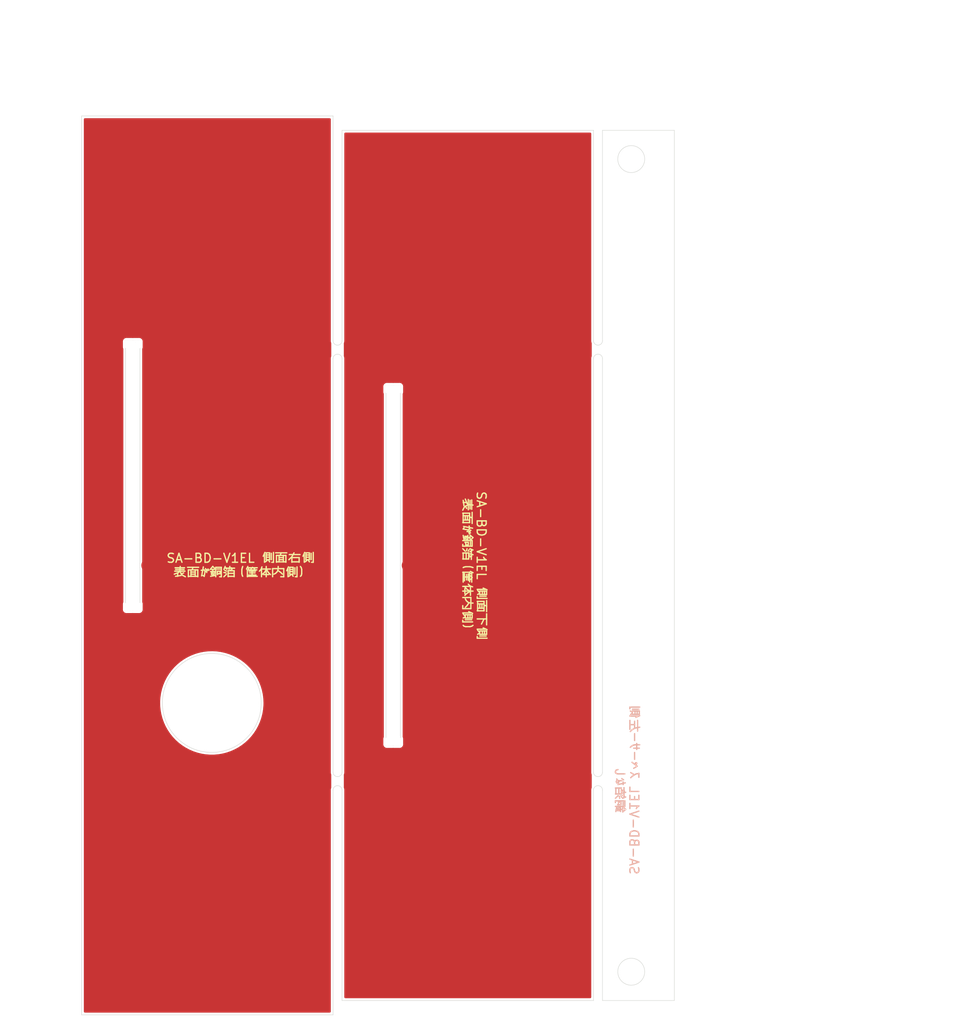
<source format=kicad_pcb>
(kicad_pcb (version 20211014) (generator pcbnew)
  (layers (0 "F.Cu" signal) (31 "B.Cu" signal) (34 "B.Paste" user) (35 "F.Paste" user) (36 "B.SilkS" user "B.Silkscreen") (37 "F.SilkS" user "F.Silkscreen") (38 "B.Mask" user) (39 "F.Mask" user) (44 "Edge.Cuts" user))
  (net 0 "")
  (net 1 "GND")
  (footprint "myFoot:my_pad_6-2mm" (layer "F.Cu") (at -13.6 -50)
    (fp_text reference "*" hide)
    (fp_text value "p" hide)
    (pad "1" smd circle locked (at 0 0) (size 1.5 1.5) (layers "F.Cu" "F.Mask") (net 1 "GND"))
  )
  (footprint "myFoot:kado" (layer "F.Cu") (at -14.5 -30)
    (fp_text reference "r" hide)
    (fp_text value "h" hide)
    (pad "" np_thru_hole oval (at -0.4 -0.1 270) (size 0.3 0.9) (drill oval 0.3 0.9) (layers F&B.Cu *.Mask))
    (pad "" np_thru_hole oval (at -0.1 -0.4) (size 0.3 0.9) (drill oval 0.3 0.9) (layers F&B.Cu *.Mask))
  )
  (footprint "myFoot:kado" (layer "F.Cu") (at -14.5 -70 90)
    (fp_text reference "r" hide)
    (fp_text value "h" hide)
    (pad "" np_thru_hole oval (at -0.1 -0.4 90) (size 0.3 0.9) (drill oval 0.3 0.9) (layers F&B.Cu *.Mask))
    (pad "" np_thru_hole oval (at -0.4 -0.1) (size 0.3 0.9) (drill oval 0.3 0.9) (layers F&B.Cu *.Mask))
  )
  (footprint "myFoot:kado" (layer "F.Cu") (at -16.1 -30 -90)
    (fp_text reference "r" hide)
    (fp_text value "h" hide)
    (pad "" np_thru_hole oval (at -0.1 -0.4 270) (size 0.3 0.9) (drill oval 0.3 0.9) (layers F&B.Cu *.Mask))
    (pad "" np_thru_hole oval (at -0.4 -0.1 180) (size 0.3 0.9) (drill oval 0.3 0.9) (layers F&B.Cu *.Mask))
  )
  (footprint "myFoot:kado" (layer "F.Cu") (at -16.1 -70 180)
    (fp_text reference "r" hide)
    (fp_text value "h" hide)
    (pad "" np_thru_hole oval (at -0.4 -0.1 90) (size 0.3 0.9) (drill oval 0.3 0.9) (layers F&B.Cu *.Mask))
    (pad "" np_thru_hole oval (at -0.1 -0.4 180) (size 0.3 0.9) (drill oval 0.3 0.9) (layers F&B.Cu *.Mask))
  )
  (footprint "myFoot:my_pad_6-2mm" (layer "F.Cu") (at -42.6 -50)
    (fp_text reference "*" hide)
    (fp_text value "p" hide)
    (pad "1" smd circle locked (at 0 0) (size 1.5 1.5) (layers "F.Cu" "F.Mask") (net 1 "GND"))
  )
  (footprint "myFoot:kado" (layer "F.Cu") (at -43.5 -45)
    (fp_text reference "r" hide)
    (fp_text value "h" hide)
    (pad "" np_thru_hole oval (at -0.1 -0.4) (size 0.3 0.9) (drill oval 0.3 0.9) (layers F&B.Cu *.Mask))
    (pad "" np_thru_hole oval (at -0.4 -0.1 270) (size 0.3 0.9) (drill oval 0.3 0.9) (layers F&B.Cu *.Mask))
  )
  (footprint "myFoot:kado" (layer "F.Cu") (at -45.1 -75 180)
    (fp_text reference "r" hide)
    (fp_text value "h" hide)
    (pad "" np_thru_hole oval (at -0.4 -0.1 90) (size 0.3 0.9) (drill oval 0.3 0.9) (layers F&B.Cu *.Mask))
    (pad "" np_thru_hole oval (at -0.1 -0.4 180) (size 0.3 0.9) (drill oval 0.3 0.9) (layers F&B.Cu *.Mask))
  )
  (footprint "myFoot:kado" (layer "F.Cu") (at -43.5 -75 90)
    (fp_text reference "r" hide)
    (fp_text value "h" hide)
    (pad "" np_thru_hole oval (at -0.1 -0.4 90) (size 0.3 0.9) (drill oval 0.3 0.9) (layers F&B.Cu *.Mask))
    (pad "" np_thru_hole oval (at -0.4 -0.1) (size 0.3 0.9) (drill oval 0.3 0.9) (layers F&B.Cu *.Mask))
  )
  (footprint "myFoot:kado" (layer "F.Cu") (at -45.1 -45 -90)
    (fp_text reference "r" hide)
    (fp_text value "h" hide)
    (pad "" np_thru_hole oval (at -0.4 -0.1 180) (size 0.3 0.9) (drill oval 0.3 0.9) (layers F&B.Cu *.Mask))
    (pad "" np_thru_hole oval (at -0.1 -0.4 270) (size 0.3 0.9) (drill oval 0.3 0.9) (layers F&B.Cu *.Mask))
  )
  (gr_line (start 7 -27) (end 7 -73) (layer "Edge.Cuts") (width 0.05))
  (gr_line (start -50 -100) (end -50 0) (layer "Edge.Cuts") (width 0.05))
  (gr_line (start 16 -98.4) (end 16 -1.6) (layer "Edge.Cuts") (width 0.05))
  (gr_line (start 7 -75) (end 7 -98.4) (layer "Edge.Cuts") (width 0.05))
  (gr_line (start -21 -73) (end -21 -27) (layer "Edge.Cuts") (width 0.05))
  (gr_line (start 8 -75) (end 8 -98.4) (layer "Edge.Cuts") (width 0.05))
  (gr_arc (start -22 -25) (mid -21.5 -25.5) (end -21 -25) (layer "Edge.Cuts") (width 0.05))
  (gr_line (start 7 -98.4) (end -21 -98.4) (layer "Edge.Cuts") (width 0.05))
  (gr_line (start 8 -98.4) (end 16 -98.4) (layer "Edge.Cuts") (width 0.05))
  (gr_rect (start -45.1 -75) (end -43.5 -45) (layer "Edge.Cuts") (width 0.05) (fill none))
  (gr_arc (start 8 -75) (mid 7.5 -74.5) (end 7 -75) (layer "Edge.Cuts") (width 0.05))
  (gr_line (start 16 -1.6) (end 8 -1.6) (layer "Edge.Cuts") (width 0.05))
  (gr_arc (start -21 -75) (mid -21.5 -74.5) (end -22 -75) (layer "Edge.Cuts") (width 0.05))
  (gr_arc (start 7 -25) (mid 7.5 -25.5) (end 8 -25) (layer "Edge.Cuts") (width 0.05))
  (gr_line (start -22 -100) (end -50 -100) (layer "Edge.Cuts") (width 0.05))
  (gr_line (start -22 -75) (end -22 -100) (layer "Edge.Cuts") (width 0.05))
  (gr_circle (center -35.5 -34.7) (end -41 -34.7) (layer "Edge.Cuts") (width 0.05) (fill none))
  (gr_line (start 7 -1.6) (end 7 -25) (layer "Edge.Cuts") (width 0.05))
  (gr_line (start -22 0) (end -22 -25) (layer "Edge.Cuts") (width 0.05))
  (gr_line (start 8 -27) (end 8 -73) (layer "Edge.Cuts") (width 0.05))
  (gr_line (start 8 -1.6) (end 8 -25) (layer "Edge.Cuts") (width 0.05))
  (gr_arc (start -22 -73) (mid -21.5 -73.5) (end -21 -73) (layer "Edge.Cuts") (width 0.05))
  (gr_rect (start -16.1 -70) (end -14.5 -30) (layer "Edge.Cuts") (width 0.05) (fill none))
  (gr_line (start -21 -1.6) (end 7 -1.6) (layer "Edge.Cuts") (width 0.05))
  (gr_circle (center 11.2 -4.8) (end 9.7 -4.8) (layer "Edge.Cuts") (width 0.05) (fill none))
  (gr_circle (center 11.2 -95.2) (end 9.7 -95.2) (layer "Edge.Cuts") (width 0.05) (fill none))
  (gr_arc (start -21 -27) (mid -21.5 -26.5) (end -22 -27) (layer "Edge.Cuts") (width 0.05))
  (gr_line (start -50 0) (end -22 0) (layer "Edge.Cuts") (width 0.05))
  (gr_line (start -21 -98.4) (end -21 -75) (layer "Edge.Cuts") (width 0.05))
  (gr_arc (start 8 -27) (mid 7.5 -26.5) (end 7 -27) (layer "Edge.Cuts") (width 0.05))
  (gr_line (start -21 -25) (end -21 -1.6) (layer "Edge.Cuts") (width 0.05))
  (gr_arc (start 7 -73) (mid 7.5 -73.5) (end 8 -73) (layer "Edge.Cuts") (width 0.05))
  (gr_line (start -22 -27) (end -22 -73) (layer "Edge.Cuts") (width 0.05))
  (gr_text "SA-BD-V1EL スペーサー左側\n銅箔なし" (at 10.7 -25 -90) (layer "B.SilkS") (effects (font (size 1 1)) (justify mirror)))
  (gr_text "SA-BD-V1EL 側面下側\n表面が銅箔（筐体内側）" (at -6.3 -50 270) (layer "F.SilkS") (effects (font (size 1 1))))
  (gr_text "SA-BD-V1EL 側面右側\n表面が銅箔（筐体内側）" (at -32.3 -50) (layer "F.SilkS") (effects (font (size 1 1))))
  (zone (net 0) (net_name "") (layers F&B.Cu) (connect_pads yes (clearance 0)) (min_thickness 0.25)
    (keepout (tracks allowed) (vias allowed) (pads allowed) (copperpour not_allowed) (footprints allowed))
    (fill (thermal_gap 0.508) (thermal_bridge_width 0.508))
    (polygon (pts (xy 8.2 -24.4) (xy 6.8 -24.4) (xy 6.8 -27.5) (xy 8.2 -27.5)))
  )
  (zone (net 0) (net_name "") (layers F&B.Cu) (connect_pads yes (clearance 0)) (min_thickness 0.25)
    (keepout (tracks allowed) (vias allowed) (pads allowed) (copperpour not_allowed) (footprints allowed))
    (fill (thermal_gap 0.508) (thermal_bridge_width 0.508))
    (polygon (pts (xy -20.8 -72.5) (xy -22.2 -72.5) (xy -22.2 -75.6) (xy -20.8 -75.6)))
  )
  (zone (net 1) (net_name "GND") (layer "F.Cu") (connect_pads yes (clearance 0.25)) (min_thickness 0.25) (fill yes (thermal_gap 0.508) (thermal_bridge_width 0.508))
    (polygon (pts (xy 7.5 0.5) (xy -51 1) (xy -51 -101) (xy 7.5 -101)))
  )
  (zone (net 0) (net_name "") (layers F&B.Cu) (connect_pads yes (clearance 0)) (min_thickness 0.25)
    (keepout (tracks allowed) (vias allowed) (pads allowed) (copperpour not_allowed) (footprints allowed))
    (fill (thermal_gap 0.508) (thermal_bridge_width 0.508))
    (polygon (pts (xy -20.8 -24.6) (xy -22.2 -24.6) (xy -22.2 -27.7) (xy -20.8 -27.7)))
  )
  (zone (net 0) (net_name "") (layers F&B.Cu) (connect_pads yes (clearance 0)) (min_thickness 0.25)
    (keepout (tracks allowed) (vias allowed) (pads allowed) (copperpour not_allowed) (footprints allowed))
    (fill (thermal_gap 0.508) (thermal_bridge_width 0.508))
    (polygon (pts (xy 8.2 -72.5) (xy 6.8 -72.5) (xy 6.8 -75.6) (xy 8.2 -75.6)))
  )
)
</source>
